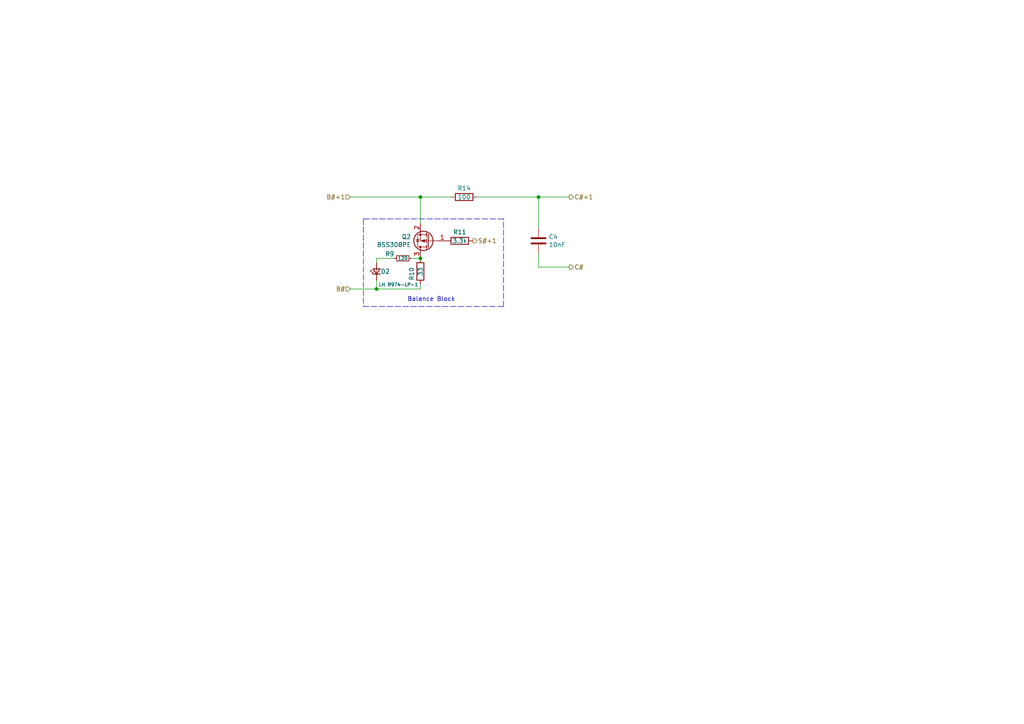
<source format=kicad_sch>
(kicad_sch (version 20231120) (generator "eeschema") (generator_version "8.0")
  (paper "A4")
  (lib_symbols
    (symbol "Device:C" (pin_numbers hide) (pin_names (offset 0.254))
      (property "Reference" "C" (at 0.635 2.54 0))
      (property "Value" "C" (at 0.635 -2.54 0))
      (symbol "C_0_1"
        (polyline (pts (xy -2.032 -0.762) (xy 2.032 -0.762)) (stroke (width 0.508)))
        (polyline (pts (xy -2.032 0.762) (xy 2.032 0.762)) (stroke (width 0.508)))
      )
      (symbol "C_1_1"
        (pin passive line (at 0 3.81 270) (length 2.794) (name "~") (number "1"))
        (pin passive line (at 0 -3.81 90) (length 2.794) (name "~") (number "2"))
      )
    )
    (symbol "Device:LED_Small" (pin_numbers hide) (pin_names (offset 0.254) hide)
      (property "Reference" "D" (at -1.27 3.175 0))
      (property "Value" "LED_Small" (at -4.445 -2.54 0))
      (symbol "LED_Small_0_1"
        (polyline (pts (xy -0.762 -1.016) (xy -0.762 1.016)) (stroke (width 0.254)))
        (polyline (pts (xy 1.016 0) (xy -0.762 0)))
        (polyline (pts (xy 0.762 -1.016) (xy -0.762 0) (xy 0.762 1.016) (xy 0.762 -1.016)) (stroke (width 0.254)))
        (polyline (pts (xy 0 0.762) (xy -0.508 1.27) (xy -0.254 1.27) (xy -0.508 1.27) (xy -0.508 1.016)))
        (polyline (pts (xy 0.508 1.27) (xy 0 1.778) (xy 0.254 1.778) (xy 0 1.778) (xy 0 1.524)))
      )
      (symbol "LED_Small_1_1"
        (pin passive line (at -2.54 0 0) (length 1.778) (name "K") (number "1"))
        (pin passive line (at 2.54 0 180) (length 1.778) (name "A") (number "2"))
      )
    )
    (symbol "Device:R" (pin_numbers hide) (pin_names (offset 0))
      (property "Reference" "R" (at 2.032 0 90))
      (property "Value" "R" (at 0 0 90))
      (symbol "R_0_1"
        (rectangle (start -1.016 -2.54) (end 1.016 2.54) (stroke (width 0.254)))
      )
      (symbol "R_1_1"
        (pin passive line (at 0 3.81 270) (length 1.27) (name "~") (number "1"))
        (pin passive line (at 0 -3.81 90) (length 1.27) (name "~") (number "2"))
      )
    )
    (symbol "Device:R_Small" (pin_numbers hide) (pin_names (offset 0.254) hide)
      (property "Reference" "R" (at 0.762 0.508 0))
      (property "Value" "R_Small" (at 0.762 -1.016 0))
      (symbol "R_Small_0_1"
        (rectangle (start -0.762 1.778) (end 0.762 -1.778) (stroke (width 0.2032)))
      )
      (symbol "R_Small_1_1"
        (pin passive line (at 0 2.54 270) (length 0.762) (name "~") (number "1"))
        (pin passive line (at 0 -2.54 90) (length 0.762) (name "~") (number "2"))
      )
    )
    (symbol "Transistor_FET:BSS84" (pin_names hide)
      (property "Reference" "Q" (at 5.08 1.905 0))
      (property "Value" "BSS84" (at 5.08 0 0))
      (symbol "BSS84_0_1"
        (polyline (pts (xy 0.254 0) (xy -2.54 0)))
        (polyline (pts (xy 0.254 1.905) (xy 0.254 -1.905)) (stroke (width 0.254)))
        (polyline (pts (xy 0.762 -1.27) (xy 0.762 -2.286)) (stroke (width 0.254)))
        (polyline (pts (xy 0.762 0.508) (xy 0.762 -0.508)) (stroke (width 0.254)))
        (polyline (pts (xy 0.762 2.286) (xy 0.762 1.27)) (stroke (width 0.254)))
        (polyline (pts (xy 2.54 2.54) (xy 2.54 1.778)))
        (polyline (pts (xy 2.54 -2.54) (xy 2.54 0) (xy 0.762 0)))
        (polyline (pts (xy 0.762 1.778) (xy 3.302 1.778) (xy 3.302 -1.778) (xy 0.762 -1.778)))
        (polyline (pts (xy 2.286 0) (xy 1.27 0.381) (xy 1.27 -0.381) (xy 2.286 0)) (fill (type outline)))
        (polyline (pts (xy 2.794 -0.508) (xy 2.921 -0.381) (xy 3.683 -0.381) (xy 3.81 -0.254)))
        (polyline (pts (xy 3.302 -0.381) (xy 2.921 0.254) (xy 3.683 0.254) (xy 3.302 -0.381)))
        (circle (center 1.651 0) (radius 2.794) (stroke (width 0.254)))
        (circle (center 2.54 -1.778) (radius 0.254) (fill (type outline)))
        (circle (center 2.54 1.778) (radius 0.254) (fill (type outline)))
      )
      (symbol "BSS84_1_1"
        (pin input line (at -5.08 0 0) (length 2.54) (name "G") (number "1"))
        (pin passive line (at 2.54 -5.08 90) (length 2.54) (name "S") (number "2"))
        (pin passive line (at 2.54 5.08 270) (length 2.54) (name "D") (number "3"))
      )
    )
  )
  (junction (at 121.92 57.15))
  (junction (at 156.21 57.15))
  (junction (at 121.92 74.93))
  (junction (at 109.22 83.82))
  (polyline (pts (xy 146.05 63.5) (xy 105.41 63.5)) (stroke (width 0) (type dash)))
  (polyline (pts (xy 105.41 88.9) (xy 146.05 88.9)) (stroke (width 0) (type dash)))
  (wire (pts (xy 101.6 57.15) (xy 121.92 57.15)))
  (wire (pts (xy 165.1 57.15) (xy 156.21 57.15)))
  (wire (pts (xy 121.92 74.93) (xy 119.38 74.93)))
  (polyline (pts (xy 146.05 88.9) (xy 146.05 63.5)) (stroke (width 0) (type dash)))
  (wire (pts (xy 156.21 57.15) (xy 156.21 66.04)))
  (wire (pts (xy 156.21 73.66) (xy 156.21 77.47)))
  (wire (pts (xy 109.22 74.93) (xy 109.22 76.2)))
  (wire (pts (xy 109.22 81.28) (xy 109.22 83.82)))
  (wire (pts (xy 156.21 77.47) (xy 165.1 77.47)))
  (wire (pts (xy 121.92 57.15) (xy 130.81 57.15)))
  (wire (pts (xy 121.92 57.15) (xy 121.92 64.77)))
  (wire (pts (xy 138.43 57.15) (xy 156.21 57.15)))
  (wire (pts (xy 114.3 74.93) (xy 109.22 74.93)))
  (wire (pts (xy 109.22 83.82) (xy 121.92 83.82)))
  (polyline (pts (xy 105.41 63.5) (xy 105.41 88.9)) (stroke (width 0) (type dash)))
  (wire (pts (xy 121.92 82.55) (xy 121.92 83.82)))
  (wire (pts (xy 101.6 83.82) (xy 109.22 83.82)))
  (text "Balance Block" (at 118.11 87.63 0) (effects (font (size 1.27 1.27)) (justify left bottom)))
  (hierarchical_label "C#" (shape output) (at 165.1 77.47 0))
  (hierarchical_label "S#+1" (shape output) (at 137.16 69.85 0))
  (hierarchical_label "C#+1" (shape output) (at 165.1 57.15 0))
  (hierarchical_label "B#" (shape input) (at 101.6 83.82 180))
  (hierarchical_label "B#+1" (shape input) (at 101.6 57.15 180))
  (symbol (lib_id "Transistor_FET:BSS84") (at 124.46 69.85 180) (unit 1)
    (property "Reference" "Q2" (at 119.2276 68.6816 0) (effects (justify left)))
    (property "Value" "BSS308PE" (at 119.2276 70.993 0) (effects (justify left)))
    (property "Footprint" "Package_TO_SOT_SMD:SOT-23" (effects (hide yes)))
    (property "Datasheet" "http://assets.nexperia.com/documents/data-sheet/BSS84.pdf" (effects (hide yes)))
    (instances (project "" (path "" (reference "Q2") (unit 1)) (path "" (reference "Q3") (unit 1)) (path "" (reference "Q4") (unit 1)) (path "" (reference "Q5") (unit 1)) (path "" (reference "Q6") (unit 1)) (path "" (reference "Q7") (unit 1)) (path "" (reference "Q8") (unit 1))))
  )
  (symbol (lib_id "Device:R") (at 133.35 69.85 270) (unit 1)
    (property "Reference" "R11" (at 133.35 67.31 90))
    (property "Value" "3.3k" (at 133.35 69.85 90))
    (property "Footprint" "Resistor_SMD:R_0805_2012Metric_Pad1.15x1.40mm_HandSolder" (effects (hide yes)))
    (instances (project "" (path "" (reference "R11") (unit 1)) (path "" (reference "R17") (unit 1)) (path "" (reference "R21") (unit 1)) (path "" (reference "R25") (unit 1)) (path "" (reference "R29") (unit 1)) (path "" (reference "R35") (unit 1)) (path "" (reference "R44") (unit 1))))
  )
  (symbol (lib_id "Device:R") (at 121.92 78.74 180) (unit 1)
    (property "Reference" "R10" (at 119.38 77.47 90) (effects (justify left)))
    (property "Value" "33" (at 121.92 77.47 90) (effects (justify left)))
    (property "Footprint" "Resistor_SMD:R_2512_6332Metric_Pad1.52x3.35mm_HandSolder" (effects (hide yes)))
    (instances (project "" (path "" (reference "R10") (unit 1)) (path "" (reference "R16") (unit 1)) (path "" (reference "R20") (unit 1)) (path "" (reference "R24") (unit 1)) (path "" (reference "R28") (unit 1)) (path "" (reference "R34") (unit 1)) (path "" (reference "R43") (unit 1))))
  )
  (symbol (lib_id "Device:R") (at 134.62 57.15 270) (unit 1)
    (property "Reference" "R14" (at 134.62 54.61 90))
    (property "Value" "100" (at 134.62 57.15 90))
    (property "Footprint" "Resistor_SMD:R_0805_2012Metric_Pad1.15x1.40mm_HandSolder" (effects (hide yes)))
    (instances (project "" (path "" (reference "R14") (unit 1)) (path "" (reference "R18") (unit 1)) (path "" (reference "R22") (unit 1)) (path "" (reference "R26") (unit 1)) (path "" (reference "R30") (unit 1)) (path "" (reference "R36") (unit 1)) (path "" (reference "R45") (unit 1))))
  )
  (symbol (lib_id "Device:C") (at 156.21 69.85 0) (unit 1)
    (property "Reference" "C4" (at 159.131 68.6816 0) (effects (justify left)))
    (property "Value" "10nF" (at 159.131 70.993 0) (effects (justify left)))
    (property "Footprint" "Capacitor_SMD:C_0805_2012Metric_Pad1.15x1.40mm_HandSolder" (effects (hide yes)))
    (instances (project "" (path "" (reference "C4") (unit 1)) (path "" (reference "C5") (unit 1)) (path "" (reference "C8") (unit 1)) (path "" (reference "C9") (unit 1)) (path "" (reference "C10") (unit 1)) (path "" (reference "C11") (unit 1)) (path "" (reference "C14") (unit 1))))
  )
  (symbol (lib_id "Device:LED_Small") (at 109.22 78.74 90) (unit 1)
    (property "Reference" "D2" (at 111.76 78.74 90))
    (property "Value" "LH R974-LP-1" (at 115.57 82.55 90) (effects (font (size 0.9652 0.9652))))
    (property "Footprint" "LED_SMD:LED_0805_2012Metric_Pad1.15x1.40mm_HandSolder" (effects (hide yes)))
    (instances (project "" (path "" (reference "D2") (unit 1)) (path "" (reference "D3") (unit 1)) (path "" (reference "D4") (unit 1)) (path "" (reference "D5") (unit 1)) (path "" (reference "D6") (unit 1)) (path "" (reference "D7") (unit 1)) (path "" (reference "D8") (unit 1))))
  )
  (symbol (lib_id "Device:R_Small") (at 116.84 74.93 270) (unit 1)
    (property "Reference" "R9" (at 113.03 73.66 90))
    (property "Value" "120" (at 116.84 74.93 90) (effects (font (size 0.9652 0.9652))))
    (property "Footprint" "Resistor_SMD:R_0805_2012Metric_Pad1.15x1.40mm_HandSolder" (effects (hide yes)))
    (instances (project "" (path "" (reference "R9") (unit 1)) (path "" (reference "R15") (unit 1)) (path "" (reference "R19") (unit 1)) (path "" (reference "R23") (unit 1)) (path "" (reference "R27") (unit 1)) (path "" (reference "R31") (unit 1)) (path "" (reference "R42") (unit 1))))
  )
)
</source>
